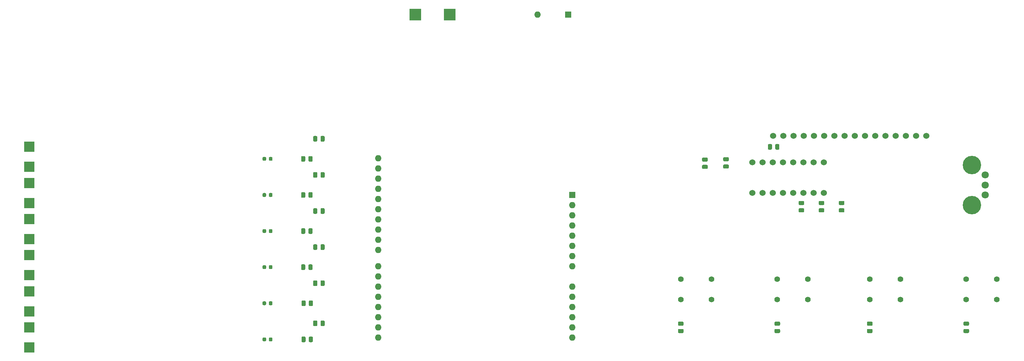
<source format=gbr>
%TF.GenerationSoftware,KiCad,Pcbnew,(5.1.8)-1*%
%TF.CreationDate,2021-03-15T17:45:29+02:00*%
%TF.ProjectId,guitar_second,67756974-6172-45f7-9365-636f6e642e6b,rev?*%
%TF.SameCoordinates,Original*%
%TF.FileFunction,Soldermask,Top*%
%TF.FilePolarity,Negative*%
%FSLAX46Y46*%
G04 Gerber Fmt 4.6, Leading zero omitted, Abs format (unit mm)*
G04 Created by KiCad (PCBNEW (5.1.8)-1) date 2021-03-15 17:45:29*
%MOMM*%
%LPD*%
G01*
G04 APERTURE LIST*
%ADD10C,1.524000*%
%ADD11R,3.000000X3.000000*%
%ADD12R,2.500000X2.500000*%
%ADD13O,1.600000X1.600000*%
%ADD14R,1.600000X1.600000*%
%ADD15C,1.800000*%
%ADD16C,4.600000*%
%ADD17C,1.397000*%
G04 APERTURE END LIST*
D10*
%TO.C,LCD1*%
X252760000Y-99990000D03*
X250220000Y-99990000D03*
X247680000Y-99990000D03*
X245140000Y-99990000D03*
X242600000Y-99990000D03*
X240060000Y-99990000D03*
X237520000Y-99990000D03*
X234980000Y-99990000D03*
X232440000Y-99990000D03*
X229900000Y-99990000D03*
X227360000Y-99990000D03*
X224820000Y-99990000D03*
X222280000Y-99990000D03*
X219740000Y-99990000D03*
X217200000Y-99990000D03*
X255300000Y-99990000D03*
%TD*%
%TO.C,U1*%
X229870000Y-114210000D03*
X227330000Y-114210000D03*
X224790000Y-114210000D03*
X222250000Y-114210000D03*
X219710000Y-114210000D03*
X217170000Y-114210000D03*
X214630000Y-114210000D03*
X212090000Y-114210000D03*
X229870000Y-106590000D03*
X227330000Y-106590000D03*
X224790000Y-106590000D03*
X222250000Y-106590000D03*
X219710000Y-106590000D03*
X217170000Y-106590000D03*
X214630000Y-106590000D03*
X212090000Y-106590000D03*
%TD*%
D11*
%TO.C,REF\u002A\u002A*%
X128250000Y-69750000D03*
%TD*%
%TO.C,REF\u002A\u002A*%
X136750000Y-69750000D03*
%TD*%
D12*
%TO.C,REF\u002A\u002A*%
X32250000Y-152750000D03*
%TD*%
%TO.C,REF\u002A\u002A*%
X32250000Y-147750000D03*
%TD*%
%TO.C,REF\u002A\u002A*%
X32250000Y-143750000D03*
%TD*%
%TO.C,REF\u002A\u002A*%
X32250000Y-138750000D03*
%TD*%
%TO.C,REF\u002A\u002A*%
X32250000Y-134750000D03*
%TD*%
%TO.C,REF\u002A\u002A*%
X32250000Y-129750000D03*
%TD*%
%TO.C,REF\u002A\u002A*%
X32250000Y-125750000D03*
%TD*%
%TO.C,REF\u002A\u002A*%
X32250000Y-120750000D03*
%TD*%
%TO.C,REF\u002A\u002A*%
X32250000Y-116750000D03*
%TD*%
%TO.C,REF\u002A\u002A*%
X32250000Y-111750000D03*
%TD*%
%TO.C,REF\u002A\u002A*%
X32250000Y-107750000D03*
%TD*%
%TO.C,REF\u002A\u002A*%
X32250000Y-102750000D03*
%TD*%
D13*
%TO.C,A1*%
X118990000Y-105610000D03*
X118990000Y-108150000D03*
D14*
X167250000Y-114750000D03*
D13*
X118990000Y-145230000D03*
X167250000Y-117290000D03*
X118990000Y-142690000D03*
X167250000Y-119830000D03*
X118990000Y-140150000D03*
X167250000Y-122370000D03*
X118990000Y-137610000D03*
X167250000Y-124910000D03*
X118990000Y-135070000D03*
X167250000Y-127450000D03*
X118990000Y-132530000D03*
X167250000Y-129990000D03*
X118990000Y-128470000D03*
X167250000Y-132530000D03*
X118990000Y-125930000D03*
X167250000Y-137610000D03*
X118990000Y-123390000D03*
X167250000Y-140150000D03*
X118990000Y-120850000D03*
X167250000Y-142690000D03*
X118990000Y-118310000D03*
X167250000Y-145230000D03*
X118990000Y-115770000D03*
X167250000Y-147770000D03*
X118990000Y-113230000D03*
X167250000Y-150310000D03*
X118990000Y-110690000D03*
X118990000Y-150310000D03*
X118990000Y-147770000D03*
%TD*%
%TO.C,D22*%
G36*
G01*
X91112500Y-105493750D02*
X91112500Y-106006250D01*
G75*
G02*
X90893750Y-106225000I-218750J0D01*
G01*
X90456250Y-106225000D01*
G75*
G02*
X90237500Y-106006250I0J218750D01*
G01*
X90237500Y-105493750D01*
G75*
G02*
X90456250Y-105275000I218750J0D01*
G01*
X90893750Y-105275000D01*
G75*
G02*
X91112500Y-105493750I0J-218750D01*
G01*
G37*
G36*
G01*
X92687500Y-105493750D02*
X92687500Y-106006250D01*
G75*
G02*
X92468750Y-106225000I-218750J0D01*
G01*
X92031250Y-106225000D01*
G75*
G02*
X91812500Y-106006250I0J218750D01*
G01*
X91812500Y-105493750D01*
G75*
G02*
X92031250Y-105275000I218750J0D01*
G01*
X92468750Y-105275000D01*
G75*
G02*
X92687500Y-105493750I0J-218750D01*
G01*
G37*
%TD*%
%TO.C,D44*%
G36*
G01*
X91112500Y-114493750D02*
X91112500Y-115006250D01*
G75*
G02*
X90893750Y-115225000I-218750J0D01*
G01*
X90456250Y-115225000D01*
G75*
G02*
X90237500Y-115006250I0J218750D01*
G01*
X90237500Y-114493750D01*
G75*
G02*
X90456250Y-114275000I218750J0D01*
G01*
X90893750Y-114275000D01*
G75*
G02*
X91112500Y-114493750I0J-218750D01*
G01*
G37*
G36*
G01*
X92687500Y-114493750D02*
X92687500Y-115006250D01*
G75*
G02*
X92468750Y-115225000I-218750J0D01*
G01*
X92031250Y-115225000D01*
G75*
G02*
X91812500Y-115006250I0J218750D01*
G01*
X91812500Y-114493750D01*
G75*
G02*
X92031250Y-114275000I218750J0D01*
G01*
X92468750Y-114275000D01*
G75*
G02*
X92687500Y-114493750I0J-218750D01*
G01*
G37*
%TD*%
%TO.C,D66*%
G36*
G01*
X91112500Y-123493750D02*
X91112500Y-124006250D01*
G75*
G02*
X90893750Y-124225000I-218750J0D01*
G01*
X90456250Y-124225000D01*
G75*
G02*
X90237500Y-124006250I0J218750D01*
G01*
X90237500Y-123493750D01*
G75*
G02*
X90456250Y-123275000I218750J0D01*
G01*
X90893750Y-123275000D01*
G75*
G02*
X91112500Y-123493750I0J-218750D01*
G01*
G37*
G36*
G01*
X92687500Y-123493750D02*
X92687500Y-124006250D01*
G75*
G02*
X92468750Y-124225000I-218750J0D01*
G01*
X92031250Y-124225000D01*
G75*
G02*
X91812500Y-124006250I0J218750D01*
G01*
X91812500Y-123493750D01*
G75*
G02*
X92031250Y-123275000I218750J0D01*
G01*
X92468750Y-123275000D01*
G75*
G02*
X92687500Y-123493750I0J-218750D01*
G01*
G37*
%TD*%
%TO.C,D88*%
G36*
G01*
X92687500Y-132493750D02*
X92687500Y-133006250D01*
G75*
G02*
X92468750Y-133225000I-218750J0D01*
G01*
X92031250Y-133225000D01*
G75*
G02*
X91812500Y-133006250I0J218750D01*
G01*
X91812500Y-132493750D01*
G75*
G02*
X92031250Y-132275000I218750J0D01*
G01*
X92468750Y-132275000D01*
G75*
G02*
X92687500Y-132493750I0J-218750D01*
G01*
G37*
G36*
G01*
X91112500Y-132493750D02*
X91112500Y-133006250D01*
G75*
G02*
X90893750Y-133225000I-218750J0D01*
G01*
X90456250Y-133225000D01*
G75*
G02*
X90237500Y-133006250I0J218750D01*
G01*
X90237500Y-132493750D01*
G75*
G02*
X90456250Y-132275000I218750J0D01*
G01*
X90893750Y-132275000D01*
G75*
G02*
X91112500Y-132493750I0J-218750D01*
G01*
G37*
%TD*%
%TO.C,D110*%
G36*
G01*
X91112500Y-141493750D02*
X91112500Y-142006250D01*
G75*
G02*
X90893750Y-142225000I-218750J0D01*
G01*
X90456250Y-142225000D01*
G75*
G02*
X90237500Y-142006250I0J218750D01*
G01*
X90237500Y-141493750D01*
G75*
G02*
X90456250Y-141275000I218750J0D01*
G01*
X90893750Y-141275000D01*
G75*
G02*
X91112500Y-141493750I0J-218750D01*
G01*
G37*
G36*
G01*
X92687500Y-141493750D02*
X92687500Y-142006250D01*
G75*
G02*
X92468750Y-142225000I-218750J0D01*
G01*
X92031250Y-142225000D01*
G75*
G02*
X91812500Y-142006250I0J218750D01*
G01*
X91812500Y-141493750D01*
G75*
G02*
X92031250Y-141275000I218750J0D01*
G01*
X92468750Y-141275000D01*
G75*
G02*
X92687500Y-141493750I0J-218750D01*
G01*
G37*
%TD*%
%TO.C,D132*%
G36*
G01*
X91112500Y-150493750D02*
X91112500Y-151006250D01*
G75*
G02*
X90893750Y-151225000I-218750J0D01*
G01*
X90456250Y-151225000D01*
G75*
G02*
X90237500Y-151006250I0J218750D01*
G01*
X90237500Y-150493750D01*
G75*
G02*
X90456250Y-150275000I218750J0D01*
G01*
X90893750Y-150275000D01*
G75*
G02*
X91112500Y-150493750I0J-218750D01*
G01*
G37*
G36*
G01*
X92687500Y-150493750D02*
X92687500Y-151006250D01*
G75*
G02*
X92468750Y-151225000I-218750J0D01*
G01*
X92031250Y-151225000D01*
G75*
G02*
X91812500Y-151006250I0J218750D01*
G01*
X91812500Y-150493750D01*
G75*
G02*
X92031250Y-150275000I218750J0D01*
G01*
X92468750Y-150275000D01*
G75*
G02*
X92687500Y-150493750I0J-218750D01*
G01*
G37*
%TD*%
%TO.C,R1*%
G36*
G01*
X199799998Y-105412500D02*
X200700002Y-105412500D01*
G75*
G02*
X200950000Y-105662498I0J-249998D01*
G01*
X200950000Y-106187502D01*
G75*
G02*
X200700002Y-106437500I-249998J0D01*
G01*
X199799998Y-106437500D01*
G75*
G02*
X199550000Y-106187502I0J249998D01*
G01*
X199550000Y-105662498D01*
G75*
G02*
X199799998Y-105412500I249998J0D01*
G01*
G37*
G36*
G01*
X199799998Y-107237500D02*
X200700002Y-107237500D01*
G75*
G02*
X200950000Y-107487498I0J-249998D01*
G01*
X200950000Y-108012502D01*
G75*
G02*
X200700002Y-108262500I-249998J0D01*
G01*
X199799998Y-108262500D01*
G75*
G02*
X199550000Y-108012502I0J249998D01*
G01*
X199550000Y-107487498D01*
G75*
G02*
X199799998Y-107237500I249998J0D01*
G01*
G37*
%TD*%
%TO.C,R2*%
G36*
G01*
X205049998Y-105325000D02*
X205950002Y-105325000D01*
G75*
G02*
X206200000Y-105574998I0J-249998D01*
G01*
X206200000Y-106100002D01*
G75*
G02*
X205950002Y-106350000I-249998J0D01*
G01*
X205049998Y-106350000D01*
G75*
G02*
X204800000Y-106100002I0J249998D01*
G01*
X204800000Y-105574998D01*
G75*
G02*
X205049998Y-105325000I249998J0D01*
G01*
G37*
G36*
G01*
X205049998Y-107150000D02*
X205950002Y-107150000D01*
G75*
G02*
X206200000Y-107399998I0J-249998D01*
G01*
X206200000Y-107925002D01*
G75*
G02*
X205950002Y-108175000I-249998J0D01*
G01*
X205049998Y-108175000D01*
G75*
G02*
X204800000Y-107925002I0J249998D01*
G01*
X204800000Y-107399998D01*
G75*
G02*
X205049998Y-107150000I249998J0D01*
G01*
G37*
%TD*%
%TO.C,R3*%
G36*
G01*
X233799998Y-118062500D02*
X234700002Y-118062500D01*
G75*
G02*
X234950000Y-118312498I0J-249998D01*
G01*
X234950000Y-118837502D01*
G75*
G02*
X234700002Y-119087500I-249998J0D01*
G01*
X233799998Y-119087500D01*
G75*
G02*
X233550000Y-118837502I0J249998D01*
G01*
X233550000Y-118312498D01*
G75*
G02*
X233799998Y-118062500I249998J0D01*
G01*
G37*
G36*
G01*
X233799998Y-116237500D02*
X234700002Y-116237500D01*
G75*
G02*
X234950000Y-116487498I0J-249998D01*
G01*
X234950000Y-117012502D01*
G75*
G02*
X234700002Y-117262500I-249998J0D01*
G01*
X233799998Y-117262500D01*
G75*
G02*
X233550000Y-117012502I0J249998D01*
G01*
X233550000Y-116487498D01*
G75*
G02*
X233799998Y-116237500I249998J0D01*
G01*
G37*
%TD*%
%TO.C,R4*%
G36*
G01*
X228799998Y-116237500D02*
X229700002Y-116237500D01*
G75*
G02*
X229950000Y-116487498I0J-249998D01*
G01*
X229950000Y-117012502D01*
G75*
G02*
X229700002Y-117262500I-249998J0D01*
G01*
X228799998Y-117262500D01*
G75*
G02*
X228550000Y-117012502I0J249998D01*
G01*
X228550000Y-116487498D01*
G75*
G02*
X228799998Y-116237500I249998J0D01*
G01*
G37*
G36*
G01*
X228799998Y-118062500D02*
X229700002Y-118062500D01*
G75*
G02*
X229950000Y-118312498I0J-249998D01*
G01*
X229950000Y-118837502D01*
G75*
G02*
X229700002Y-119087500I-249998J0D01*
G01*
X228799998Y-119087500D01*
G75*
G02*
X228550000Y-118837502I0J249998D01*
G01*
X228550000Y-118312498D01*
G75*
G02*
X228799998Y-118062500I249998J0D01*
G01*
G37*
%TD*%
%TO.C,R5*%
G36*
G01*
X223799998Y-118062500D02*
X224700002Y-118062500D01*
G75*
G02*
X224950000Y-118312498I0J-249998D01*
G01*
X224950000Y-118837502D01*
G75*
G02*
X224700002Y-119087500I-249998J0D01*
G01*
X223799998Y-119087500D01*
G75*
G02*
X223550000Y-118837502I0J249998D01*
G01*
X223550000Y-118312498D01*
G75*
G02*
X223799998Y-118062500I249998J0D01*
G01*
G37*
G36*
G01*
X223799998Y-116237500D02*
X224700002Y-116237500D01*
G75*
G02*
X224950000Y-116487498I0J-249998D01*
G01*
X224950000Y-117012502D01*
G75*
G02*
X224700002Y-117262500I-249998J0D01*
G01*
X223799998Y-117262500D01*
G75*
G02*
X223550000Y-117012502I0J249998D01*
G01*
X223550000Y-116487498D01*
G75*
G02*
X223799998Y-116237500I249998J0D01*
G01*
G37*
%TD*%
%TO.C,R6*%
G36*
G01*
X99912500Y-151200002D02*
X99912500Y-150299998D01*
G75*
G02*
X100162498Y-150050000I249998J0D01*
G01*
X100687502Y-150050000D01*
G75*
G02*
X100937500Y-150299998I0J-249998D01*
G01*
X100937500Y-151200002D01*
G75*
G02*
X100687502Y-151450000I-249998J0D01*
G01*
X100162498Y-151450000D01*
G75*
G02*
X99912500Y-151200002I0J249998D01*
G01*
G37*
G36*
G01*
X101737500Y-151200002D02*
X101737500Y-150299998D01*
G75*
G02*
X101987498Y-150050000I249998J0D01*
G01*
X102512502Y-150050000D01*
G75*
G02*
X102762500Y-150299998I0J-249998D01*
G01*
X102762500Y-151200002D01*
G75*
G02*
X102512502Y-151450000I-249998J0D01*
G01*
X101987498Y-151450000D01*
G75*
G02*
X101737500Y-151200002I0J249998D01*
G01*
G37*
%TD*%
%TO.C,R7*%
G36*
G01*
X104650000Y-147200002D02*
X104650000Y-146299998D01*
G75*
G02*
X104899998Y-146050000I249998J0D01*
G01*
X105425002Y-146050000D01*
G75*
G02*
X105675000Y-146299998I0J-249998D01*
G01*
X105675000Y-147200002D01*
G75*
G02*
X105425002Y-147450000I-249998J0D01*
G01*
X104899998Y-147450000D01*
G75*
G02*
X104650000Y-147200002I0J249998D01*
G01*
G37*
G36*
G01*
X102825000Y-147200002D02*
X102825000Y-146299998D01*
G75*
G02*
X103074998Y-146050000I249998J0D01*
G01*
X103600002Y-146050000D01*
G75*
G02*
X103850000Y-146299998I0J-249998D01*
G01*
X103850000Y-147200002D01*
G75*
G02*
X103600002Y-147450000I-249998J0D01*
G01*
X103074998Y-147450000D01*
G75*
G02*
X102825000Y-147200002I0J249998D01*
G01*
G37*
%TD*%
%TO.C,R8*%
G36*
G01*
X99912500Y-142200002D02*
X99912500Y-141299998D01*
G75*
G02*
X100162498Y-141050000I249998J0D01*
G01*
X100687502Y-141050000D01*
G75*
G02*
X100937500Y-141299998I0J-249998D01*
G01*
X100937500Y-142200002D01*
G75*
G02*
X100687502Y-142450000I-249998J0D01*
G01*
X100162498Y-142450000D01*
G75*
G02*
X99912500Y-142200002I0J249998D01*
G01*
G37*
G36*
G01*
X101737500Y-142200002D02*
X101737500Y-141299998D01*
G75*
G02*
X101987498Y-141050000I249998J0D01*
G01*
X102512502Y-141050000D01*
G75*
G02*
X102762500Y-141299998I0J-249998D01*
G01*
X102762500Y-142200002D01*
G75*
G02*
X102512502Y-142450000I-249998J0D01*
G01*
X101987498Y-142450000D01*
G75*
G02*
X101737500Y-142200002I0J249998D01*
G01*
G37*
%TD*%
%TO.C,R9*%
G36*
G01*
X104650000Y-137200002D02*
X104650000Y-136299998D01*
G75*
G02*
X104899998Y-136050000I249998J0D01*
G01*
X105425002Y-136050000D01*
G75*
G02*
X105675000Y-136299998I0J-249998D01*
G01*
X105675000Y-137200002D01*
G75*
G02*
X105425002Y-137450000I-249998J0D01*
G01*
X104899998Y-137450000D01*
G75*
G02*
X104650000Y-137200002I0J249998D01*
G01*
G37*
G36*
G01*
X102825000Y-137200002D02*
X102825000Y-136299998D01*
G75*
G02*
X103074998Y-136050000I249998J0D01*
G01*
X103600002Y-136050000D01*
G75*
G02*
X103850000Y-136299998I0J-249998D01*
G01*
X103850000Y-137200002D01*
G75*
G02*
X103600002Y-137450000I-249998J0D01*
G01*
X103074998Y-137450000D01*
G75*
G02*
X102825000Y-137200002I0J249998D01*
G01*
G37*
%TD*%
%TO.C,R10*%
G36*
G01*
X99825000Y-133200002D02*
X99825000Y-132299998D01*
G75*
G02*
X100074998Y-132050000I249998J0D01*
G01*
X100600002Y-132050000D01*
G75*
G02*
X100850000Y-132299998I0J-249998D01*
G01*
X100850000Y-133200002D01*
G75*
G02*
X100600002Y-133450000I-249998J0D01*
G01*
X100074998Y-133450000D01*
G75*
G02*
X99825000Y-133200002I0J249998D01*
G01*
G37*
G36*
G01*
X101650000Y-133200002D02*
X101650000Y-132299998D01*
G75*
G02*
X101899998Y-132050000I249998J0D01*
G01*
X102425002Y-132050000D01*
G75*
G02*
X102675000Y-132299998I0J-249998D01*
G01*
X102675000Y-133200002D01*
G75*
G02*
X102425002Y-133450000I-249998J0D01*
G01*
X101899998Y-133450000D01*
G75*
G02*
X101650000Y-133200002I0J249998D01*
G01*
G37*
%TD*%
%TO.C,R11*%
G36*
G01*
X104650000Y-128200002D02*
X104650000Y-127299998D01*
G75*
G02*
X104899998Y-127050000I249998J0D01*
G01*
X105425002Y-127050000D01*
G75*
G02*
X105675000Y-127299998I0J-249998D01*
G01*
X105675000Y-128200002D01*
G75*
G02*
X105425002Y-128450000I-249998J0D01*
G01*
X104899998Y-128450000D01*
G75*
G02*
X104650000Y-128200002I0J249998D01*
G01*
G37*
G36*
G01*
X102825000Y-128200002D02*
X102825000Y-127299998D01*
G75*
G02*
X103074998Y-127050000I249998J0D01*
G01*
X103600002Y-127050000D01*
G75*
G02*
X103850000Y-127299998I0J-249998D01*
G01*
X103850000Y-128200002D01*
G75*
G02*
X103600002Y-128450000I-249998J0D01*
G01*
X103074998Y-128450000D01*
G75*
G02*
X102825000Y-128200002I0J249998D01*
G01*
G37*
%TD*%
%TO.C,R12*%
G36*
G01*
X99825000Y-124200002D02*
X99825000Y-123299998D01*
G75*
G02*
X100074998Y-123050000I249998J0D01*
G01*
X100600002Y-123050000D01*
G75*
G02*
X100850000Y-123299998I0J-249998D01*
G01*
X100850000Y-124200002D01*
G75*
G02*
X100600002Y-124450000I-249998J0D01*
G01*
X100074998Y-124450000D01*
G75*
G02*
X99825000Y-124200002I0J249998D01*
G01*
G37*
G36*
G01*
X101650000Y-124200002D02*
X101650000Y-123299998D01*
G75*
G02*
X101899998Y-123050000I249998J0D01*
G01*
X102425002Y-123050000D01*
G75*
G02*
X102675000Y-123299998I0J-249998D01*
G01*
X102675000Y-124200002D01*
G75*
G02*
X102425002Y-124450000I-249998J0D01*
G01*
X101899998Y-124450000D01*
G75*
G02*
X101650000Y-124200002I0J249998D01*
G01*
G37*
%TD*%
%TO.C,R13*%
G36*
G01*
X104650000Y-119200002D02*
X104650000Y-118299998D01*
G75*
G02*
X104899998Y-118050000I249998J0D01*
G01*
X105425002Y-118050000D01*
G75*
G02*
X105675000Y-118299998I0J-249998D01*
G01*
X105675000Y-119200002D01*
G75*
G02*
X105425002Y-119450000I-249998J0D01*
G01*
X104899998Y-119450000D01*
G75*
G02*
X104650000Y-119200002I0J249998D01*
G01*
G37*
G36*
G01*
X102825000Y-119200002D02*
X102825000Y-118299998D01*
G75*
G02*
X103074998Y-118050000I249998J0D01*
G01*
X103600002Y-118050000D01*
G75*
G02*
X103850000Y-118299998I0J-249998D01*
G01*
X103850000Y-119200002D01*
G75*
G02*
X103600002Y-119450000I-249998J0D01*
G01*
X103074998Y-119450000D01*
G75*
G02*
X102825000Y-119200002I0J249998D01*
G01*
G37*
%TD*%
%TO.C,R14*%
G36*
G01*
X101650000Y-115200002D02*
X101650000Y-114299998D01*
G75*
G02*
X101899998Y-114050000I249998J0D01*
G01*
X102425002Y-114050000D01*
G75*
G02*
X102675000Y-114299998I0J-249998D01*
G01*
X102675000Y-115200002D01*
G75*
G02*
X102425002Y-115450000I-249998J0D01*
G01*
X101899998Y-115450000D01*
G75*
G02*
X101650000Y-115200002I0J249998D01*
G01*
G37*
G36*
G01*
X99825000Y-115200002D02*
X99825000Y-114299998D01*
G75*
G02*
X100074998Y-114050000I249998J0D01*
G01*
X100600002Y-114050000D01*
G75*
G02*
X100850000Y-114299998I0J-249998D01*
G01*
X100850000Y-115200002D01*
G75*
G02*
X100600002Y-115450000I-249998J0D01*
G01*
X100074998Y-115450000D01*
G75*
G02*
X99825000Y-115200002I0J249998D01*
G01*
G37*
%TD*%
%TO.C,R15*%
G36*
G01*
X102825000Y-110200002D02*
X102825000Y-109299998D01*
G75*
G02*
X103074998Y-109050000I249998J0D01*
G01*
X103600002Y-109050000D01*
G75*
G02*
X103850000Y-109299998I0J-249998D01*
G01*
X103850000Y-110200002D01*
G75*
G02*
X103600002Y-110450000I-249998J0D01*
G01*
X103074998Y-110450000D01*
G75*
G02*
X102825000Y-110200002I0J249998D01*
G01*
G37*
G36*
G01*
X104650000Y-110200002D02*
X104650000Y-109299998D01*
G75*
G02*
X104899998Y-109050000I249998J0D01*
G01*
X105425002Y-109050000D01*
G75*
G02*
X105675000Y-109299998I0J-249998D01*
G01*
X105675000Y-110200002D01*
G75*
G02*
X105425002Y-110450000I-249998J0D01*
G01*
X104899998Y-110450000D01*
G75*
G02*
X104650000Y-110200002I0J249998D01*
G01*
G37*
%TD*%
%TO.C,R16*%
G36*
G01*
X99825000Y-106200002D02*
X99825000Y-105299998D01*
G75*
G02*
X100074998Y-105050000I249998J0D01*
G01*
X100600002Y-105050000D01*
G75*
G02*
X100850000Y-105299998I0J-249998D01*
G01*
X100850000Y-106200002D01*
G75*
G02*
X100600002Y-106450000I-249998J0D01*
G01*
X100074998Y-106450000D01*
G75*
G02*
X99825000Y-106200002I0J249998D01*
G01*
G37*
G36*
G01*
X101650000Y-106200002D02*
X101650000Y-105299998D01*
G75*
G02*
X101899998Y-105050000I249998J0D01*
G01*
X102425002Y-105050000D01*
G75*
G02*
X102675000Y-105299998I0J-249998D01*
G01*
X102675000Y-106200002D01*
G75*
G02*
X102425002Y-106450000I-249998J0D01*
G01*
X101899998Y-106450000D01*
G75*
G02*
X101650000Y-106200002I0J249998D01*
G01*
G37*
%TD*%
%TO.C,R17*%
G36*
G01*
X104650000Y-101200002D02*
X104650000Y-100299998D01*
G75*
G02*
X104899998Y-100050000I249998J0D01*
G01*
X105425002Y-100050000D01*
G75*
G02*
X105675000Y-100299998I0J-249998D01*
G01*
X105675000Y-101200002D01*
G75*
G02*
X105425002Y-101450000I-249998J0D01*
G01*
X104899998Y-101450000D01*
G75*
G02*
X104650000Y-101200002I0J249998D01*
G01*
G37*
G36*
G01*
X102825000Y-101200002D02*
X102825000Y-100299998D01*
G75*
G02*
X103074998Y-100050000I249998J0D01*
G01*
X103600002Y-100050000D01*
G75*
G02*
X103850000Y-100299998I0J-249998D01*
G01*
X103850000Y-101200002D01*
G75*
G02*
X103600002Y-101450000I-249998J0D01*
G01*
X103074998Y-101450000D01*
G75*
G02*
X102825000Y-101200002I0J249998D01*
G01*
G37*
%TD*%
%TO.C,R18*%
G36*
G01*
X216937500Y-102299998D02*
X216937500Y-103200002D01*
G75*
G02*
X216687502Y-103450000I-249998J0D01*
G01*
X216162498Y-103450000D01*
G75*
G02*
X215912500Y-103200002I0J249998D01*
G01*
X215912500Y-102299998D01*
G75*
G02*
X216162498Y-102050000I249998J0D01*
G01*
X216687502Y-102050000D01*
G75*
G02*
X216937500Y-102299998I0J-249998D01*
G01*
G37*
G36*
G01*
X218762500Y-102299998D02*
X218762500Y-103200002D01*
G75*
G02*
X218512502Y-103450000I-249998J0D01*
G01*
X217987498Y-103450000D01*
G75*
G02*
X217737500Y-103200002I0J249998D01*
G01*
X217737500Y-102299998D01*
G75*
G02*
X217987498Y-102050000I249998J0D01*
G01*
X218512502Y-102050000D01*
G75*
G02*
X218762500Y-102299998I0J-249998D01*
G01*
G37*
%TD*%
%TO.C,R19*%
G36*
G01*
X194700002Y-147350000D02*
X193799998Y-147350000D01*
G75*
G02*
X193550000Y-147100002I0J249998D01*
G01*
X193550000Y-146574998D01*
G75*
G02*
X193799998Y-146325000I249998J0D01*
G01*
X194700002Y-146325000D01*
G75*
G02*
X194950000Y-146574998I0J-249998D01*
G01*
X194950000Y-147100002D01*
G75*
G02*
X194700002Y-147350000I-249998J0D01*
G01*
G37*
G36*
G01*
X194700002Y-149175000D02*
X193799998Y-149175000D01*
G75*
G02*
X193550000Y-148925002I0J249998D01*
G01*
X193550000Y-148399998D01*
G75*
G02*
X193799998Y-148150000I249998J0D01*
G01*
X194700002Y-148150000D01*
G75*
G02*
X194950000Y-148399998I0J-249998D01*
G01*
X194950000Y-148925002D01*
G75*
G02*
X194700002Y-149175000I-249998J0D01*
G01*
G37*
%TD*%
%TO.C,R20*%
G36*
G01*
X218700002Y-147350000D02*
X217799998Y-147350000D01*
G75*
G02*
X217550000Y-147100002I0J249998D01*
G01*
X217550000Y-146574998D01*
G75*
G02*
X217799998Y-146325000I249998J0D01*
G01*
X218700002Y-146325000D01*
G75*
G02*
X218950000Y-146574998I0J-249998D01*
G01*
X218950000Y-147100002D01*
G75*
G02*
X218700002Y-147350000I-249998J0D01*
G01*
G37*
G36*
G01*
X218700002Y-149175000D02*
X217799998Y-149175000D01*
G75*
G02*
X217550000Y-148925002I0J249998D01*
G01*
X217550000Y-148399998D01*
G75*
G02*
X217799998Y-148150000I249998J0D01*
G01*
X218700002Y-148150000D01*
G75*
G02*
X218950000Y-148399998I0J-249998D01*
G01*
X218950000Y-148925002D01*
G75*
G02*
X218700002Y-149175000I-249998J0D01*
G01*
G37*
%TD*%
%TO.C,R21*%
G36*
G01*
X241700002Y-149175000D02*
X240799998Y-149175000D01*
G75*
G02*
X240550000Y-148925002I0J249998D01*
G01*
X240550000Y-148399998D01*
G75*
G02*
X240799998Y-148150000I249998J0D01*
G01*
X241700002Y-148150000D01*
G75*
G02*
X241950000Y-148399998I0J-249998D01*
G01*
X241950000Y-148925002D01*
G75*
G02*
X241700002Y-149175000I-249998J0D01*
G01*
G37*
G36*
G01*
X241700002Y-147350000D02*
X240799998Y-147350000D01*
G75*
G02*
X240550000Y-147100002I0J249998D01*
G01*
X240550000Y-146574998D01*
G75*
G02*
X240799998Y-146325000I249998J0D01*
G01*
X241700002Y-146325000D01*
G75*
G02*
X241950000Y-146574998I0J-249998D01*
G01*
X241950000Y-147100002D01*
G75*
G02*
X241700002Y-147350000I-249998J0D01*
G01*
G37*
%TD*%
%TO.C,R22*%
G36*
G01*
X265700002Y-149175000D02*
X264799998Y-149175000D01*
G75*
G02*
X264550000Y-148925002I0J249998D01*
G01*
X264550000Y-148399998D01*
G75*
G02*
X264799998Y-148150000I249998J0D01*
G01*
X265700002Y-148150000D01*
G75*
G02*
X265950000Y-148399998I0J-249998D01*
G01*
X265950000Y-148925002D01*
G75*
G02*
X265700002Y-149175000I-249998J0D01*
G01*
G37*
G36*
G01*
X265700002Y-147350000D02*
X264799998Y-147350000D01*
G75*
G02*
X264550000Y-147100002I0J249998D01*
G01*
X264550000Y-146574998D01*
G75*
G02*
X264799998Y-146325000I249998J0D01*
G01*
X265700002Y-146325000D01*
G75*
G02*
X265950000Y-146574998I0J-249998D01*
G01*
X265950000Y-147100002D01*
G75*
G02*
X265700002Y-147350000I-249998J0D01*
G01*
G37*
%TD*%
D15*
%TO.C,RV1*%
X270000000Y-109750000D03*
X270000000Y-112250000D03*
X270000000Y-114750000D03*
D16*
X266700000Y-107250000D03*
X266700000Y-117250000D03*
%TD*%
D14*
%TO.C,SW1*%
X166250000Y-69750000D03*
D13*
X158630000Y-69750000D03*
%TD*%
D17*
%TO.C,SW2*%
X201870000Y-135750000D03*
X201870000Y-140830000D03*
X194250000Y-135750000D03*
X194250000Y-140830000D03*
%TD*%
%TO.C,SW3*%
X218250000Y-140830000D03*
X218250000Y-135750000D03*
X225870000Y-140830000D03*
X225870000Y-135750000D03*
%TD*%
%TO.C,SW4*%
X241250000Y-140830000D03*
X241250000Y-135750000D03*
X248870000Y-140830000D03*
X248870000Y-135750000D03*
%TD*%
%TO.C,SW5*%
X272870000Y-135750000D03*
X272870000Y-140830000D03*
X265250000Y-135750000D03*
X265250000Y-140830000D03*
%TD*%
M02*

</source>
